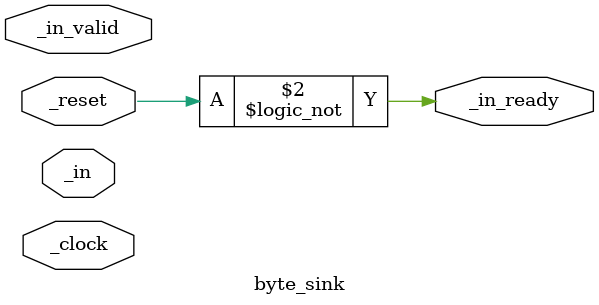
<source format=sv>
`default_nettype none
`timescale 1 ns/1 ns


module byte_sink
(
  input logic      _clock,
  input logic      _reset,

  input logic[7:0] _in,
  input logic      _in_valid,
  output logic     _in_ready
);

  logic[7:0] data = 0;

  always_comb begin
    _in_ready = !_reset;
  end

  always @(posedge _clock) begin
    if (_in_valid) begin
      data <= _in;
    end
  end

endmodule

</source>
